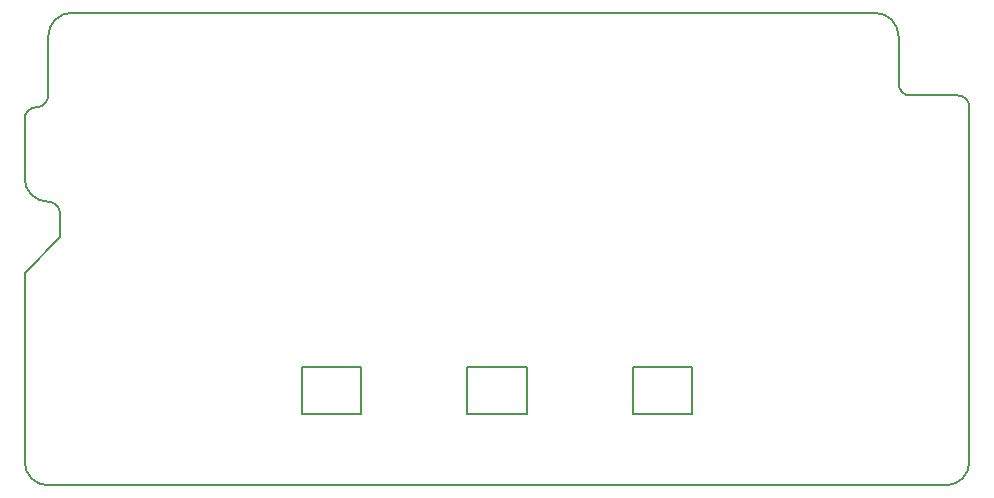
<source format=gko>
G04 #@! TF.FileFunction,Profile,NP*
%FSLAX46Y46*%
G04 Gerber Fmt 4.6, Leading zero omitted, Abs format (unit mm)*
G04 Created by KiCad (PCBNEW 4.0.7) date 05/25/19 09:29:53*
%MOMM*%
%LPD*%
G01*
G04 APERTURE LIST*
%ADD10C,0.100000*%
%ADD11C,0.150000*%
G04 APERTURE END LIST*
D10*
D11*
X133998000Y-103365000D02*
G75*
G03X132998000Y-102365000I-1000000J0D01*
G01*
X130998000Y-100365000D02*
X130998000Y-95365000D01*
X130998000Y-108365000D02*
X130998000Y-124365000D01*
X130998000Y-124365000D02*
G75*
G03X132998000Y-126365000I2000000J0D01*
G01*
X132998000Y-126365000D02*
X208998000Y-126365000D01*
X210998000Y-124365000D02*
X210998000Y-94365000D01*
X208998000Y-126365000D02*
G75*
G03X210998000Y-124365000I0J2000000D01*
G01*
X204998000Y-88365000D02*
X204998000Y-90365000D01*
X204998000Y-88365000D02*
G75*
G03X202998000Y-86365000I-2000000J0D01*
G01*
X134998000Y-86365000D02*
X202998000Y-86365000D01*
X132998000Y-93365000D02*
X132998000Y-88365000D01*
X134998000Y-86365000D02*
G75*
G03X132998000Y-88365000I0J-2000000D01*
G01*
X131998000Y-94365000D02*
G75*
G03X132998000Y-93365000I0J1000000D01*
G01*
X131998000Y-94365000D02*
G75*
G03X130998000Y-95365000I0J-1000000D01*
G01*
X130998000Y-100365000D02*
G75*
G03X132998000Y-102365000I2000000J0D01*
G01*
X133998000Y-103365000D02*
X133998000Y-105365000D01*
X204998000Y-90365000D02*
X204998000Y-92365000D01*
X205998000Y-93365000D02*
X209998000Y-93365000D01*
X210998000Y-94365000D02*
G75*
G03X209998000Y-93365000I-1000000J0D01*
G01*
X204998000Y-92365000D02*
G75*
G03X205998000Y-93365000I1000000J0D01*
G01*
X133998000Y-105365000D02*
X130998000Y-108365000D01*
X187498000Y-116365000D02*
X182498000Y-116365000D01*
X187498000Y-120365000D02*
X187498000Y-116365000D01*
X182498000Y-120365000D02*
X187498000Y-120365000D01*
X182498000Y-116365000D02*
X182498000Y-120365000D01*
X173498000Y-116365000D02*
X168498000Y-116365000D01*
X173498000Y-120365000D02*
X173498000Y-116365000D01*
X168498000Y-120365000D02*
X173498000Y-120365000D01*
X168498000Y-116365000D02*
X168498000Y-120365000D01*
X159498000Y-116365000D02*
X154498000Y-116365000D01*
X159498000Y-120365000D02*
X159498000Y-116365000D01*
X158998000Y-120365000D02*
X159498000Y-120365000D01*
X154498000Y-120365000D02*
X158998000Y-120365000D01*
X154498000Y-116365000D02*
X154498000Y-120365000D01*
M02*

</source>
